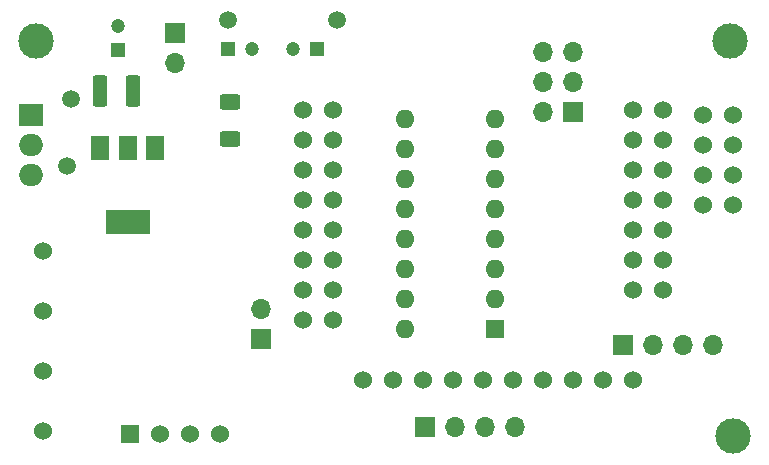
<source format=gbr>
%TF.GenerationSoftware,KiCad,Pcbnew,8.0.4*%
%TF.CreationDate,2024-08-01T03:09:01-04:00*%
%TF.ProjectId,esp32-node-board-40x65_telemetry,65737033-322d-46e6-9f64-652d626f6172,rev?*%
%TF.SameCoordinates,Original*%
%TF.FileFunction,Soldermask,Bot*%
%TF.FilePolarity,Negative*%
%FSLAX46Y46*%
G04 Gerber Fmt 4.6, Leading zero omitted, Abs format (unit mm)*
G04 Created by KiCad (PCBNEW 8.0.4) date 2024-08-01 03:09:01*
%MOMM*%
%LPD*%
G01*
G04 APERTURE LIST*
G04 Aperture macros list*
%AMRoundRect*
0 Rectangle with rounded corners*
0 $1 Rounding radius*
0 $2 $3 $4 $5 $6 $7 $8 $9 X,Y pos of 4 corners*
0 Add a 4 corners polygon primitive as box body*
4,1,4,$2,$3,$4,$5,$6,$7,$8,$9,$2,$3,0*
0 Add four circle primitives for the rounded corners*
1,1,$1+$1,$2,$3*
1,1,$1+$1,$4,$5*
1,1,$1+$1,$6,$7*
1,1,$1+$1,$8,$9*
0 Add four rect primitives between the rounded corners*
20,1,$1+$1,$2,$3,$4,$5,0*
20,1,$1+$1,$4,$5,$6,$7,0*
20,1,$1+$1,$6,$7,$8,$9,0*
20,1,$1+$1,$8,$9,$2,$3,0*%
G04 Aperture macros list end*
%ADD10R,1.200000X1.200000*%
%ADD11C,1.200000*%
%ADD12C,3.000000*%
%ADD13C,1.524000*%
%ADD14R,1.700000X1.700000*%
%ADD15O,1.700000X1.700000*%
%ADD16R,1.600000X1.600000*%
%ADD17O,1.600000X1.600000*%
%ADD18R,1.524000X1.524000*%
%ADD19R,2.000000X1.905000*%
%ADD20O,2.000000X1.905000*%
%ADD21C,1.500000*%
%ADD22RoundRect,0.250000X-0.625000X0.400000X-0.625000X-0.400000X0.625000X-0.400000X0.625000X0.400000X0*%
%ADD23RoundRect,0.250000X-0.375000X-1.075000X0.375000X-1.075000X0.375000X1.075000X-0.375000X1.075000X0*%
%ADD24R,1.500000X2.000000*%
%ADD25R,3.800000X2.000000*%
G04 APERTURE END LIST*
D10*
%TO.C,C2*%
X107000000Y-44200000D03*
D11*
X105000000Y-44200000D03*
%TD*%
D12*
%TO.C,H1*%
X142000000Y-43500000D03*
%TD*%
%TO.C,H2*%
X83250000Y-43530000D03*
%TD*%
D13*
%TO.C,J9*%
X83820000Y-61310000D03*
X83820000Y-66390000D03*
%TD*%
%TO.C,J1*%
X105860000Y-67150000D03*
X108400000Y-67150000D03*
X105860000Y-49370000D03*
X108400000Y-49370000D03*
X105860000Y-51910000D03*
X108400000Y-51910000D03*
X105860000Y-54450000D03*
X108400000Y-54450000D03*
X105860000Y-56990000D03*
X108400000Y-56990000D03*
X105860000Y-59530000D03*
X108400000Y-59530000D03*
X105860000Y-62070000D03*
X108400000Y-62070000D03*
X105860000Y-64610000D03*
X108400000Y-64610000D03*
X110940000Y-72230000D03*
X113480000Y-72230000D03*
X116020000Y-72230000D03*
X118560000Y-72230000D03*
X121100000Y-72230000D03*
X123640000Y-72230000D03*
X126180000Y-72230000D03*
X128720000Y-72230000D03*
X131260000Y-72230000D03*
X133800000Y-72230000D03*
X136340000Y-64610000D03*
X133800000Y-64610000D03*
X136340000Y-62070000D03*
X133800000Y-62070000D03*
X136340000Y-59530000D03*
X133800000Y-59530000D03*
X136340000Y-56990000D03*
X133800000Y-56990000D03*
X136340000Y-54450000D03*
X133800000Y-54450000D03*
X136340000Y-51910000D03*
X133800000Y-51910000D03*
X136340000Y-49370000D03*
X133800000Y-49370000D03*
%TD*%
D14*
%TO.C,J2*%
X95025000Y-42850000D03*
D15*
X95025000Y-45390000D03*
%TD*%
D14*
%TO.C,J6*%
X116200000Y-76225000D03*
D15*
X118740000Y-76225000D03*
X121280000Y-76225000D03*
X123820000Y-76225000D03*
%TD*%
D16*
%TO.C,U3*%
X122100000Y-67925000D03*
D17*
X122100000Y-65385000D03*
X122100000Y-62845000D03*
X122100000Y-60305000D03*
X122100000Y-57765000D03*
X122100000Y-55225000D03*
X122100000Y-52685000D03*
X122100000Y-50145000D03*
X114480000Y-50145000D03*
X114480000Y-52685000D03*
X114480000Y-55225000D03*
X114480000Y-57765000D03*
X114480000Y-60305000D03*
X114480000Y-62845000D03*
X114480000Y-65385000D03*
X114480000Y-67925000D03*
%TD*%
D14*
%TO.C,J10*%
X132920000Y-69250000D03*
D15*
X135460000Y-69250000D03*
X138000000Y-69250000D03*
X140540000Y-69250000D03*
%TD*%
D10*
%TO.C,C3*%
X99500000Y-44200000D03*
D11*
X101500000Y-44200000D03*
%TD*%
D14*
%TO.C,J5*%
X102300000Y-68790000D03*
D15*
X102300000Y-66250000D03*
%TD*%
D14*
%TO.C,J14*%
X128700000Y-49590000D03*
D15*
X128700000Y-47050000D03*
X128700000Y-44510000D03*
X126160000Y-49590000D03*
X126160000Y-47050000D03*
X126160000Y-44510000D03*
%TD*%
D13*
%TO.C,J3*%
X139700000Y-52310000D03*
X139700000Y-49770000D03*
X139700000Y-57390000D03*
X139700000Y-54850000D03*
%TD*%
D10*
%TO.C,C1*%
X90200000Y-44300000D03*
D11*
X90200000Y-42300000D03*
%TD*%
D18*
%TO.C,U7*%
X91220000Y-76800000D03*
D13*
X93760000Y-76800000D03*
X96300000Y-76800000D03*
X98840000Y-76800000D03*
%TD*%
D19*
%TO.C,U4*%
X82855000Y-49770000D03*
D20*
X82855000Y-52310000D03*
X82855000Y-54850000D03*
%TD*%
D13*
%TO.C,J4*%
X142240000Y-49770000D03*
X142240000Y-57390000D03*
X142240000Y-54850000D03*
X142240000Y-52310000D03*
%TD*%
D12*
%TO.C,H4*%
X142250000Y-77000000D03*
%TD*%
D13*
%TO.C,J8*%
X83820000Y-71470000D03*
X83820000Y-76550000D03*
%TD*%
D21*
%TO.C,TP4*%
X99500000Y-41750000D03*
%TD*%
%TO.C,TP3*%
X108700000Y-41750000D03*
%TD*%
D22*
%TO.C,R1*%
X99700000Y-48700000D03*
X99700000Y-51800000D03*
%TD*%
D23*
%TO.C,D4*%
X88700000Y-47750000D03*
X91500000Y-47750000D03*
%TD*%
D21*
%TO.C,TP1*%
X86200000Y-48450000D03*
%TD*%
%TO.C,TP2*%
X85900000Y-54150000D03*
%TD*%
D24*
%TO.C,U1*%
X88700000Y-52600000D03*
X91000000Y-52600000D03*
D25*
X91000000Y-58900000D03*
D24*
X93300000Y-52600000D03*
%TD*%
M02*

</source>
